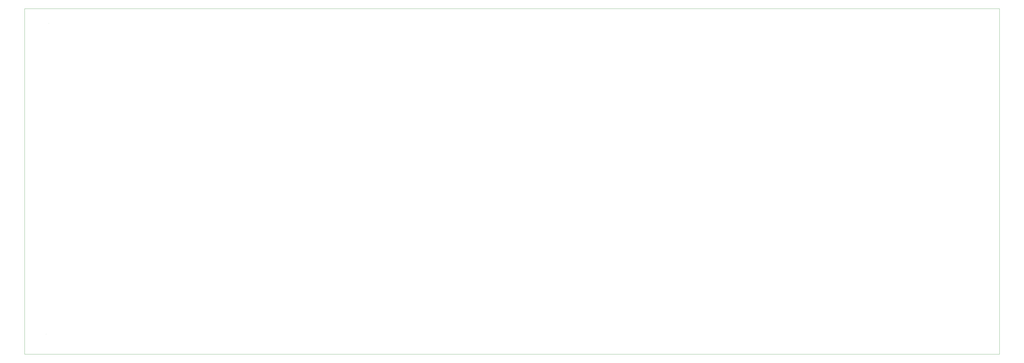
<source format=gbr>
G04 (created by PCBNEW (2013-07-07 BZR 4022)-stable) date 31-01-2015 18:12:54*
%MOIN*%
G04 Gerber Fmt 3.4, Leading zero omitted, Abs format*
%FSLAX34Y34*%
G01*
G70*
G90*
G04 APERTURE LIST*
%ADD10C,0.00590551*%
%ADD11C,0.00393701*%
G04 APERTURE END LIST*
G54D10*
G54D11*
X12677Y-65034D02*
X12677Y-65036D01*
X12169Y-65034D02*
X12677Y-65034D01*
X12089Y-65034D02*
X12180Y-65034D01*
X12089Y-61852D02*
X12089Y-65034D01*
X15168Y-65034D02*
X12624Y-65034D01*
X158941Y-64542D02*
X158940Y-64542D01*
X158941Y-65034D02*
X158941Y-64542D01*
X157555Y-65034D02*
X158941Y-65034D01*
X158941Y-63315D02*
X158941Y-64824D01*
X12090Y-12937D02*
X13200Y-12937D01*
X12090Y-15233D02*
X12090Y-12937D01*
X15253Y-12936D02*
X12372Y-12936D01*
X158941Y-12935D02*
X157440Y-12935D01*
X158941Y-16705D02*
X158941Y-12935D01*
X158940Y-16708D02*
X158940Y-63334D01*
X15330Y-61980D02*
X15322Y-61980D01*
X12088Y-15238D02*
X12088Y-61853D01*
X15734Y-15117D02*
X15739Y-15117D01*
X15729Y-15112D02*
X15734Y-15117D01*
X157560Y-65034D02*
X15165Y-65034D01*
X15253Y-12936D02*
X157648Y-12936D01*
M02*

</source>
